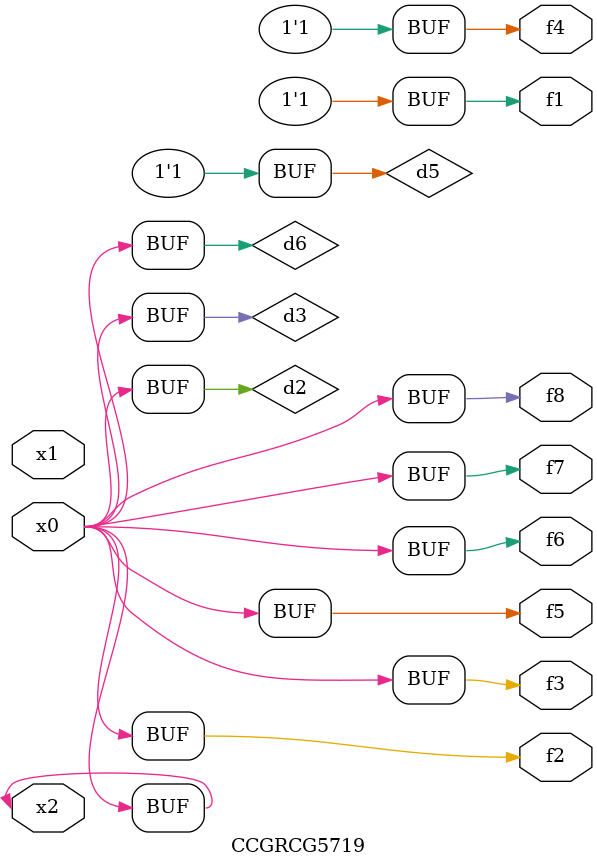
<source format=v>
module CCGRCG5719(
	input x0, x1, x2,
	output f1, f2, f3, f4, f5, f6, f7, f8
);

	wire d1, d2, d3, d4, d5, d6;

	xnor (d1, x2);
	buf (d2, x0, x2);
	and (d3, x0);
	xnor (d4, x1, x2);
	nand (d5, d1, d3);
	buf (d6, d2, d3);
	assign f1 = d5;
	assign f2 = d6;
	assign f3 = d6;
	assign f4 = d5;
	assign f5 = d6;
	assign f6 = d6;
	assign f7 = d6;
	assign f8 = d6;
endmodule

</source>
